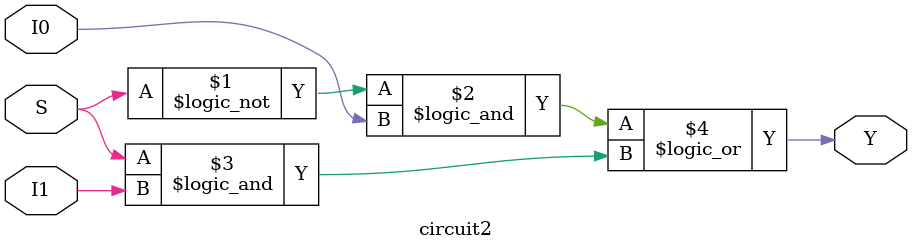
<source format=v>




// Data-Flow
module circuit2(S, I0, I1, Y);
  input   S, I0, I1;
  output  Y;
  assign  Y = ((!(S)) && I0) || (S && I1);
endmodule

</source>
